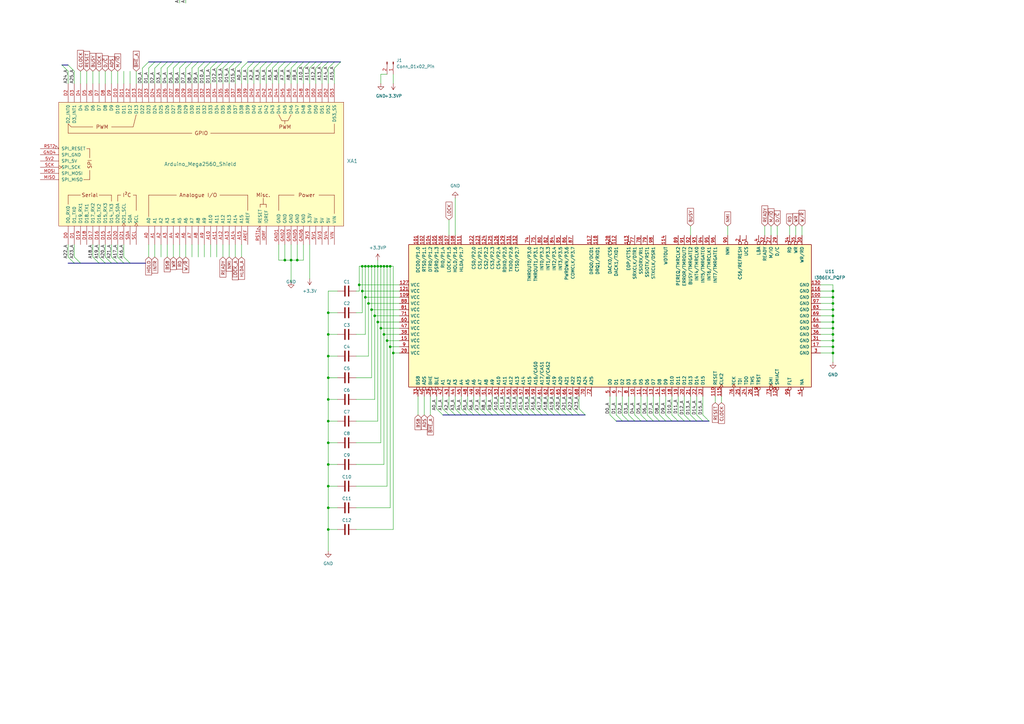
<source format=kicad_sch>
(kicad_sch (version 20231120) (generator "eeschema") (generator_version "8.0")
  (paper "A3")
  (title_block (title "Arduino80286") (date "2023-01-18") (rev "1"))
  (junction (at 156.21 134.62))
  (junction (at 134.62 137.16))
  (junction (at 134.62 190.5))
  (junction (at 153.67 129.54))
  (junction (at 154.94 109.22))
  (junction (at 148.59 109.22))
  (junction (at 154.94 132.08))
  (junction (at 134.62 208.28))
  (junction (at 134.62 172.72))
  (junction (at 119.38 106.68))
  (junction (at 151.13 124.46))
  (junction (at 341.63 127))
  (junction (at 134.62 181.61))
  (junction (at 153.67 109.22))
  (junction (at 134.62 128.27))
  (junction (at 147.32 116.84))
  (junction (at 158.75 109.22))
  (junction (at 341.63 132.08))
  (junction (at 116.84 106.68))
  (junction (at 134.62 199.39))
  (junction (at 341.63 129.54))
  (junction (at 121.92 106.68))
  (junction (at 341.63 121.92))
  (junction (at 152.4 109.22))
  (junction (at 161.29 144.78))
  (junction (at 149.86 109.22))
  (junction (at 341.63 137.16))
  (junction (at 157.48 109.22))
  (junction (at 160.02 142.24))
  (junction (at 341.63 139.7))
  (junction (at 341.63 142.24))
  (junction (at 341.63 119.38))
  (junction (at 152.4 127))
  (junction (at 341.63 134.62))
  (junction (at 134.62 146.05))
  (junction (at 134.62 217.17))
  (junction (at 149.86 121.92))
  (junction (at 158.75 139.7))
  (junction (at 134.62 154.94))
  (junction (at 148.59 119.38))
  (junction (at 341.63 124.46))
  (junction (at 134.62 163.83))
  (junction (at 151.13 109.22))
  (junction (at 157.48 137.16))
  (junction (at 160.02 109.22))
  (junction (at 156.21 109.22))
  (junction (at 341.63 144.78))
  (bus_entry (at 224.79 167.64) (size 2.54 2.54))
  (bus_entry (at 191.77 167.64) (size 2.54 2.54))
  (bus_entry (at 30.48 105.41) (size 2.54 2.54))
  (bus_entry (at 81.28 25.4) (size -2.54 2.54))
  (bus_entry (at 134.62 27.94) (size 2.54 -2.54))
  (bus_entry (at 214.63 167.64) (size 2.54 2.54))
  (bus_entry (at 201.93 167.64) (size 2.54 2.54))
  (bus_entry (at 179.07 167.64) (size 2.54 2.54))
  (bus_entry (at 257.81 172.72) (size -2.54 -2.54))
  (bus_entry (at 232.41 170.18) (size -2.54 -2.54))
  (bus_entry (at 78.74 25.4) (size -2.54 2.54))
  (bus_entry (at 45.72 105.41) (size 2.54 2.54))
  (bus_entry (at 196.85 167.64) (size 2.54 2.54))
  (bus_entry (at 255.27 172.72) (size -2.54 -2.54))
  (bus_entry (at 88.9 25.4) (size -2.54 2.54))
  (bus_entry (at 129.54 27.94) (size 2.54 -2.54))
  (bus_entry (at 212.09 167.64) (size 2.54 2.54))
  (bus_entry (at 127 27.94) (size 2.54 -2.54))
  (bus_entry (at 186.69 167.64) (size 2.54 2.54))
  (bus_entry (at 207.01 167.64) (size 2.54 2.54))
  (bus_entry (at 111.76 27.94) (size 2.54 -2.54))
  (bus_entry (at 99.06 25.4) (size -2.54 2.54))
  (bus_entry (at 234.95 170.18) (size -2.54 -2.54))
  (bus_entry (at 204.47 167.64) (size 2.54 2.54))
  (bus_entry (at 114.3 27.94) (size 2.54 -2.54))
  (bus_entry (at 199.39 167.64) (size 2.54 2.54))
  (bus_entry (at 229.87 170.18) (size -2.54 -2.54))
  (bus_entry (at 252.73 172.72) (size -2.54 -2.54))
  (bus_entry (at 275.59 172.72) (size -2.54 -2.54))
  (bus_entry (at 93.98 25.4) (size -2.54 2.54))
  (bus_entry (at 278.13 170.18) (size 2.54 2.54))
  (bus_entry (at 91.44 25.4) (size -2.54 2.54))
  (bus_entry (at 38.1 105.41) (size 2.54 2.54))
  (bus_entry (at 209.55 167.64) (size 2.54 2.54))
  (bus_entry (at 48.26 105.41) (size 2.54 2.54))
  (bus_entry (at 290.83 172.72) (size -2.54 -2.54))
  (bus_entry (at 262.89 172.72) (size -2.54 -2.54))
  (bus_entry (at 219.71 167.64) (size 2.54 2.54))
  (bus_entry (at 50.8 105.41) (size 2.54 2.54))
  (bus_entry (at 184.15 167.64) (size 2.54 2.54))
  (bus_entry (at 27.94 29.21) (size -2.54 -2.54))
  (bus_entry (at 73.66 25.4) (size -2.54 2.54))
  (bus_entry (at 124.46 27.94) (size 2.54 -2.54))
  (bus_entry (at 43.18 105.41) (size 2.54 2.54))
  (bus_entry (at 189.23 167.64) (size 2.54 2.54))
  (bus_entry (at 76.2 25.4) (size -2.54 2.54))
  (bus_entry (at 27.94 105.41) (size 2.54 2.54))
  (bus_entry (at 181.61 167.64) (size 2.54 2.54))
  (bus_entry (at 66.04 27.94) (size 2.54 -2.54))
  (bus_entry (at 194.31 167.64) (size 2.54 2.54))
  (bus_entry (at 96.52 25.4) (size -2.54 2.54))
  (bus_entry (at 137.16 27.94) (size 2.54 -2.54))
  (bus_entry (at 237.49 167.64) (size 2.54 2.54))
  (bus_entry (at 267.97 172.72) (size -2.54 -2.54))
  (bus_entry (at 109.22 25.4) (size -2.54 2.54))
  (bus_entry (at 111.76 25.4) (size -2.54 2.54))
  (bus_entry (at 285.75 172.72) (size -2.54 -2.54))
  (bus_entry (at 278.13 172.72) (size -2.54 -2.54))
  (bus_entry (at 121.92 27.94) (size 2.54 -2.54))
  (bus_entry (at 260.35 172.72) (size -2.54 -2.54))
  (bus_entry (at 234.95 167.64) (size 2.54 2.54))
  (bus_entry (at 76.2 -3.81) (size -2.54 -2.54))
  (bus_entry (at 280.67 170.18) (size 2.54 2.54))
  (bus_entry (at 40.64 105.41) (size 2.54 2.54))
  (bus_entry (at 73.66 -3.81) (size -2.54 -2.54))
  (bus_entry (at 222.25 167.64) (size 2.54 2.54))
  (bus_entry (at 273.05 172.72) (size -2.54 -2.54))
  (bus_entry (at 217.17 167.64) (size 2.54 2.54))
  (bus_entry (at 132.08 27.94) (size 2.54 -2.54))
  (bus_entry (at 101.6 25.4) (size -2.54 2.54))
  (bus_entry (at 265.43 172.72) (size -2.54 -2.54))
  (bus_entry (at 119.38 27.94) (size 2.54 -2.54))
  (bus_entry (at 71.12 25.4) (size -2.54 2.54))
  (bus_entry (at 285.75 170.18) (size 2.54 2.54))
  (bus_entry (at 60.96 27.94) (size 2.54 -2.54))
  (bus_entry (at 86.36 25.4) (size -2.54 2.54))
  (bus_entry (at 83.82 25.4) (size -2.54 2.54))
  (bus_entry (at 106.68 25.4) (size -2.54 2.54))
  (bus_entry (at 60.96 25.4) (size -2.54 2.54))
  (bus_entry (at 116.84 27.94) (size 2.54 -2.54))
  (bus_entry (at 270.51 172.72) (size -2.54 -2.54))
  (bus_entry (at 104.14 25.4) (size -2.54 2.54))
  (bus_entry (at 30.48 29.21) (size -2.54 -2.54))
  (bus_entry (at 63.5 27.94) (size 2.54 -2.54))
  (wire (pts (xy 146.05 172.72) (xy 154.94 172.72)))
  (wire (pts (xy 222.25 167.64) (xy 222.25 162.56)))
  (wire (pts (xy 134.62 217.17) (xy 138.43 217.17)))
  (wire (pts (xy 146.05 199.39) (xy 158.75 199.39)))
  (bus (pts (xy 219.71 170.18) (xy 222.25 170.18)))
  (wire (pts (xy 237.49 167.64) (xy 237.49 162.56)))
  (wire (pts (xy 285.75 162.56) (xy 285.75 170.18)))
  (wire (pts (xy 318.77 92.71) (xy 318.77 96.52)))
  (wire (pts (xy 48.26 29.21) (xy 48.26 34.29)))
  (bus (pts (xy 189.23 170.18) (xy 191.77 170.18)))
  (wire (pts (xy 101.6 27.94) (xy 101.6 34.29)))
  (wire (pts (xy 196.85 167.64) (xy 196.85 162.56)))
  (wire (pts (xy 124.46 27.94) (xy 124.46 34.29)))
  (wire (pts (xy 158.75 139.7) (xy 158.75 109.22)))
  (bus (pts (xy 48.26 107.95) (xy 50.8 107.95)))
  (wire (pts (xy 147.32 116.84) (xy 163.83 116.84)))
  (wire (pts (xy 280.67 162.56) (xy 280.67 170.18)))
  (wire (pts (xy 265.43 162.56) (xy 265.43 170.18)))
  (wire (pts (xy 109.22 27.94) (xy 109.22 34.29)))
  (wire (pts (xy 81.28 27.94) (xy 81.28 34.29)))
  (wire (pts (xy 157.48 137.16) (xy 163.83 137.16)))
  (wire (pts (xy 81.28 100.33) (xy 81.28 105.41)))
  (wire (pts (xy 71.12 100.33) (xy 71.12 105.41)))
  (wire (pts (xy 153.67 129.54) (xy 163.83 129.54)))
  (wire (pts (xy 134.62 146.05) (xy 138.43 146.05)))
  (wire (pts (xy 154.94 109.22) (xy 156.21 109.22)))
  (wire (pts (xy 134.62 137.16) (xy 134.62 146.05)))
  (bus (pts (xy 91.44 25.4) (xy 88.9 25.4)))
  (bus (pts (xy 86.36 25.4) (xy 83.82 25.4)))
  (wire (pts (xy 224.79 167.64) (xy 224.79 162.56)))
  (wire (pts (xy 184.15 167.64) (xy 184.15 162.56)))
  (wire (pts (xy 63.5 27.94) (xy 63.5 34.29)))
  (wire (pts (xy 134.62 172.72) (xy 134.62 181.61)))
  (wire (pts (xy 86.36 100.33) (xy 86.36 105.41)))
  (bus (pts (xy 50.8 107.95) (xy 53.34 107.95)))
  (wire (pts (xy 30.48 105.41) (xy 30.48 100.33)))
  (wire (pts (xy 341.63 142.24) (xy 341.63 144.78)))
  (bus (pts (xy 109.22 25.4) (xy 106.68 25.4)))
  (wire (pts (xy 194.31 167.64) (xy 194.31 162.56)))
  (wire (pts (xy 212.09 167.64) (xy 212.09 162.56)))
  (wire (pts (xy 78.74 27.94) (xy 78.74 34.29)))
  (wire (pts (xy 134.62 146.05) (xy 134.62 154.94)))
  (wire (pts (xy 148.59 128.27) (xy 148.59 119.38)))
  (wire (pts (xy 201.93 167.64) (xy 201.93 162.56)))
  (wire (pts (xy 114.3 106.68) (xy 116.84 106.68)))
  (bus (pts (xy 93.98 25.4) (xy 91.44 25.4)))
  (bus (pts (xy 78.74 25.4) (xy 76.2 25.4)))
  (bus (pts (xy 186.69 170.18) (xy 189.23 170.18)))
  (wire (pts (xy 186.69 81.28) (xy 186.69 96.52)))
  (wire (pts (xy 160.02 142.24) (xy 163.83 142.24)))
  (wire (pts (xy 114.3 100.33) (xy 114.3 106.68)))
  (wire (pts (xy 148.59 119.38) (xy 148.59 109.22)))
  (wire (pts (xy 341.63 127) (xy 341.63 129.54)))
  (wire (pts (xy 38.1 29.21) (xy 38.1 34.29)))
  (wire (pts (xy 93.98 27.94) (xy 93.98 34.29)))
  (wire (pts (xy 341.63 144.78) (xy 341.63 148.59)))
  (wire (pts (xy 147.32 119.38) (xy 147.32 116.84)))
  (bus (pts (xy 33.02 107.95) (xy 40.64 107.95)))
  (wire (pts (xy 219.71 167.64) (xy 219.71 162.56)))
  (wire (pts (xy 152.4 127) (xy 163.83 127)))
  (wire (pts (xy 283.21 92.71) (xy 283.21 96.52)))
  (bus (pts (xy 137.16 25.4) (xy 134.62 25.4)))
  (wire (pts (xy 156.21 134.62) (xy 163.83 134.62)))
  (wire (pts (xy 40.64 29.21) (xy 40.64 34.29)))
  (wire (pts (xy 149.86 121.92) (xy 163.83 121.92)))
  (wire (pts (xy 278.13 162.56) (xy 278.13 170.18)))
  (wire (pts (xy 134.62 137.16) (xy 138.43 137.16)))
  (wire (pts (xy 137.16 27.94) (xy 137.16 34.29)))
  (wire (pts (xy 161.29 217.17) (xy 161.29 144.78)))
  (wire (pts (xy 158.75 -7.62) (xy 158.75 -3.81)))
  (wire (pts (xy 209.55 167.64) (xy 209.55 162.56)))
  (wire (pts (xy 151.13 146.05) (xy 151.13 124.46)))
  (wire (pts (xy 116.84 106.68) (xy 119.38 106.68)))
  (wire (pts (xy 121.92 27.94) (xy 121.92 34.29)))
  (wire (pts (xy 134.62 208.28) (xy 138.43 208.28)))
  (wire (pts (xy 86.36 27.94) (xy 86.36 34.29)))
  (wire (pts (xy 153.67 163.83) (xy 153.67 129.54)))
  (wire (pts (xy 160.02 208.28) (xy 160.02 142.24)))
  (wire (pts (xy 76.2 -3.81) (xy 76.2 1.27)))
  (wire (pts (xy 273.05 162.56) (xy 273.05 170.18)))
  (bus (pts (xy 106.68 25.4) (xy 104.14 25.4)))
  (wire (pts (xy 43.18 105.41) (xy 43.18 100.33)))
  (wire (pts (xy 27.94 29.21) (xy 27.94 34.29)))
  (wire (pts (xy 53.34 29.21) (xy 53.34 34.29)))
  (wire (pts (xy 35.56 29.21) (xy 35.56 34.29)))
  (wire (pts (xy 45.72 29.21) (xy 45.72 34.29)))
  (wire (pts (xy 116.84 100.33) (xy 116.84 106.68)))
  (wire (pts (xy 50.8 105.41) (xy 50.8 100.33)))
  (wire (pts (xy 121.92 100.33) (xy 121.92 106.68)))
  (bus (pts (xy 262.89 172.72) (xy 265.43 172.72)))
  (wire (pts (xy 336.55 124.46) (xy 341.63 124.46)))
  (wire (pts (xy 336.55 142.24) (xy 341.63 142.24)))
  (wire (pts (xy 45.72 105.41) (xy 45.72 100.33)))
  (bus (pts (xy 227.33 170.18) (xy 229.87 170.18)))
  (bus (pts (xy 66.04 25.4) (xy 63.5 25.4)))
  (wire (pts (xy 63.5 100.33) (xy 63.5 105.41)))
  (bus (pts (xy 204.47 170.18) (xy 207.01 170.18)))
  (wire (pts (xy 341.63 116.84) (xy 341.63 119.38)))
  (bus (pts (xy 119.38 25.4) (xy 116.84 25.4)))
  (bus (pts (xy 199.39 170.18) (xy 201.93 170.18)))
  (wire (pts (xy 157.48 109.22) (xy 157.48 137.16)))
  (bus (pts (xy 121.92 25.4) (xy 119.38 25.4)))
  (wire (pts (xy 96.52 100.33) (xy 96.52 105.41)))
  (wire (pts (xy 298.45 92.71) (xy 298.45 96.52)))
  (wire (pts (xy 171.45 162.56) (xy 171.45 170.18)))
  (wire (pts (xy 161.29 30.48) (xy 161.29 34.29)))
  (wire (pts (xy 134.62 163.83) (xy 138.43 163.83)))
  (wire (pts (xy 257.81 162.56) (xy 257.81 170.18)))
  (bus (pts (xy 124.46 25.4) (xy 121.92 25.4)))
  (bus (pts (xy 76.2 25.4) (xy 73.66 25.4)))
  (wire (pts (xy 48.26 105.41) (xy 48.26 100.33)))
  (wire (pts (xy 149.86 109.22) (xy 151.13 109.22)))
  (wire (pts (xy 151.13 124.46) (xy 163.83 124.46)))
  (wire (pts (xy 30.48 29.21) (xy 30.48 34.29)))
  (wire (pts (xy 146.05 208.28) (xy 160.02 208.28)))
  (wire (pts (xy 341.63 139.7) (xy 341.63 142.24)))
  (bus (pts (xy 209.55 170.18) (xy 212.09 170.18)))
  (bus (pts (xy 40.64 107.95) (xy 43.18 107.95)))
  (bus (pts (xy 116.84 25.4) (xy 114.3 25.4)))
  (wire (pts (xy 83.82 27.94) (xy 83.82 34.29)))
  (wire (pts (xy 73.66 100.33) (xy 73.66 105.41)))
  (wire (pts (xy 134.62 119.38) (xy 134.62 128.27)))
  (wire (pts (xy 134.62 128.27) (xy 138.43 128.27)))
  (bus (pts (xy 191.77 170.18) (xy 194.31 170.18)))
  (wire (pts (xy 328.93 92.71) (xy 328.93 96.52)))
  (wire (pts (xy 260.35 162.56) (xy 260.35 170.18)))
  (wire (pts (xy 55.88 29.21) (xy 55.88 34.29)))
  (wire (pts (xy 149.86 109.22) (xy 149.86 121.92)))
  (wire (pts (xy 161.29 144.78) (xy 163.83 144.78)))
  (wire (pts (xy 336.55 127) (xy 341.63 127)))
  (wire (pts (xy 270.51 162.56) (xy 270.51 170.18)))
  (bus (pts (xy 96.52 25.4) (xy 93.98 25.4)))
  (wire (pts (xy 134.62 163.83) (xy 134.62 172.72)))
  (wire (pts (xy 116.84 27.94) (xy 116.84 34.29)))
  (wire (pts (xy 336.55 116.84) (xy 341.63 116.84)))
  (wire (pts (xy 255.27 162.56) (xy 255.27 170.18)))
  (wire (pts (xy 91.44 27.94) (xy 91.44 34.29)))
  (bus (pts (xy 99.06 25.4) (xy 96.52 25.4)))
  (wire (pts (xy 262.89 162.56) (xy 262.89 170.18)))
  (wire (pts (xy 341.63 129.54) (xy 341.63 132.08)))
  (wire (pts (xy 156.21 109.22) (xy 156.21 134.62)))
  (bus (pts (xy 275.59 172.72) (xy 278.13 172.72)))
  (wire (pts (xy 148.59 119.38) (xy 163.83 119.38)))
  (wire (pts (xy 234.95 167.64) (xy 234.95 162.56)))
  (wire (pts (xy 146.05 146.05) (xy 151.13 146.05)))
  (wire (pts (xy 147.32 109.22) (xy 147.32 116.84)))
  (wire (pts (xy 152.4 109.22) (xy 153.67 109.22)))
  (wire (pts (xy 313.69 92.71) (xy 313.69 96.52)))
  (wire (pts (xy 227.33 167.64) (xy 227.33 162.56)))
  (bus (pts (xy 252.73 172.72) (xy 255.27 172.72)))
  (wire (pts (xy 156.21 181.61) (xy 156.21 134.62)))
  (wire (pts (xy 71.12 27.94) (xy 71.12 34.29)))
  (wire (pts (xy 146.05 154.94) (xy 152.4 154.94)))
  (wire (pts (xy 153.67 109.22) (xy 154.94 109.22)))
  (bus (pts (xy 229.87 170.18) (xy 232.41 170.18)))
  (bus (pts (xy 212.09 170.18) (xy 214.63 170.18)))
  (wire (pts (xy 104.14 27.94) (xy 104.14 34.29)))
  (wire (pts (xy 336.55 129.54) (xy 341.63 129.54)))
  (wire (pts (xy 152.4 154.94) (xy 152.4 127)))
  (bus (pts (xy 139.7 25.4) (xy 137.16 25.4)))
  (wire (pts (xy 134.62 27.94) (xy 134.62 34.29)))
  (bus (pts (xy 43.18 107.95) (xy 45.72 107.95)))
  (bus (pts (xy 194.31 170.18) (xy 196.85 170.18)))
  (wire (pts (xy 127 27.94) (xy 127 34.29)))
  (bus (pts (xy 283.21 172.72) (xy 280.67 172.72)))
  (wire (pts (xy 146.05 190.5) (xy 157.48 190.5)))
  (wire (pts (xy 76.2 100.33) (xy 76.2 105.41)))
  (wire (pts (xy 156.21 109.22) (xy 157.48 109.22)))
  (wire (pts (xy 152.4 109.22) (xy 152.4 127)))
  (wire (pts (xy 156.21 -7.62) (xy 156.21 -3.81)))
  (bus (pts (xy 196.85 170.18) (xy 199.39 170.18)))
  (wire (pts (xy 134.62 128.27) (xy 134.62 137.16)))
  (bus (pts (xy 260.35 172.72) (xy 262.89 172.72)))
  (wire (pts (xy 146.05 119.38) (xy 147.32 119.38)))
  (wire (pts (xy 173.99 162.56) (xy 173.99 170.18)))
  (wire (pts (xy 76.2 27.94) (xy 76.2 34.29)))
  (bus (pts (xy 267.97 172.72) (xy 270.51 172.72)))
  (bus (pts (xy 232.41 170.18) (xy 234.95 170.18)))
  (wire (pts (xy 341.63 134.62) (xy 341.63 137.16)))
  (wire (pts (xy 336.55 119.38) (xy 341.63 119.38)))
  (wire (pts (xy 99.06 100.33) (xy 99.06 105.41)))
  (wire (pts (xy 161.29 144.78) (xy 161.29 109.22)))
  (wire (pts (xy 176.53 162.56) (xy 176.53 170.18)))
  (wire (pts (xy 157.48 109.22) (xy 158.75 109.22)))
  (wire (pts (xy 58.42 27.94) (xy 58.42 34.29)))
  (bus (pts (xy 265.43 172.72) (xy 267.97 172.72)))
  (wire (pts (xy 73.66 -3.81) (xy 73.66 1.27)))
  (wire (pts (xy 199.39 167.64) (xy 199.39 162.56)))
  (wire (pts (xy 146.05 163.83) (xy 153.67 163.83)))
  (wire (pts (xy 181.61 167.64) (xy 181.61 162.56)))
  (wire (pts (xy 93.98 100.33) (xy 93.98 105.41)))
  (wire (pts (xy 326.39 92.71) (xy 326.39 96.52)))
  (bus (pts (xy 127 25.4) (xy 124.46 25.4)))
  (wire (pts (xy 214.63 167.64) (xy 214.63 162.56)))
  (bus (pts (xy 257.81 172.72) (xy 260.35 172.72)))
  (wire (pts (xy 129.54 27.94) (xy 129.54 34.29)))
  (wire (pts (xy 151.13 109.22) (xy 151.13 124.46)))
  (bus (pts (xy 81.28 25.4) (xy 78.74 25.4)))
  (wire (pts (xy 50.8 29.21) (xy 50.8 34.29)))
  (wire (pts (xy 33.02 29.21) (xy 33.02 34.29)))
  (bus (pts (xy 129.54 25.4) (xy 127 25.4)))
  (wire (pts (xy 156.21 34.29) (xy 156.21 30.48)))
  (wire (pts (xy 189.23 167.64) (xy 189.23 162.56)))
  (wire (pts (xy 27.94 105.41) (xy 27.94 100.33)))
  (wire (pts (xy 158.75 109.22) (xy 160.02 109.22)))
  (bus (pts (xy 273.05 172.72) (xy 275.59 172.72)))
  (wire (pts (xy 341.63 132.08) (xy 341.63 134.62)))
  (bus (pts (xy 278.13 172.72) (xy 280.67 172.72)))
  (wire (pts (xy 66.04 100.33) (xy 66.04 105.41)))
  (wire (pts (xy 134.62 199.39) (xy 134.62 208.28)))
  (wire (pts (xy 217.17 167.64) (xy 217.17 162.56)))
  (wire (pts (xy 341.63 137.16) (xy 341.63 139.7)))
  (bus (pts (xy 224.79 170.18) (xy 227.33 170.18)))
  (wire (pts (xy 99.06 27.94) (xy 99.06 34.29)))
  (bus (pts (xy 73.66 -6.35) (xy 76.2 -6.35)))
  (wire (pts (xy 134.62 181.61) (xy 138.43 181.61)))
  (wire (pts (xy 111.76 27.94) (xy 111.76 34.29)))
  (bus (pts (xy 132.08 25.4) (xy 129.54 25.4)))
  (wire (pts (xy 119.38 27.94) (xy 119.38 34.29)))
  (wire (pts (xy 275.59 162.56) (xy 275.59 170.18)))
  (wire (pts (xy 134.62 190.5) (xy 134.62 199.39)))
  (wire (pts (xy 68.58 27.94) (xy 68.58 34.29)))
  (bus (pts (xy 53.34 107.95) (xy 59.69 107.95)))
  (wire (pts (xy 146.05 217.17) (xy 161.29 217.17)))
  (bus (pts (xy 207.01 170.18) (xy 209.55 170.18)))
  (wire (pts (xy 146.05 128.27) (xy 148.59 128.27)))
  (wire (pts (xy 43.18 34.29) (xy 43.18 29.21)))
  (wire (pts (xy 154.94 132.08) (xy 163.83 132.08)))
  (wire (pts (xy 163.83 -7.62) (xy 163.83 -3.81)))
  (wire (pts (xy 134.62 154.94) (xy 138.43 154.94)))
  (bus (pts (xy 217.17 170.18) (xy 219.71 170.18)))
  (wire (pts (xy 316.23 92.71) (xy 316.23 96.52)))
  (bus (pts (xy 184.15 170.18) (xy 186.69 170.18)))
  (wire (pts (xy 60.96 27.94) (xy 60.96 34.29)))
  (wire (pts (xy 154.94 106.68) (xy 154.94 109.22)))
  (wire (pts (xy 288.29 162.56) (xy 288.29 170.18)))
  (wire (pts (xy 134.62 154.94) (xy 134.62 163.83)))
  (bus (pts (xy 68.58 25.4) (xy 66.04 25.4)))
  (wire (pts (xy 134.62 190.5) (xy 138.43 190.5)))
  (bus (pts (xy 201.93 170.18) (xy 204.47 170.18)))
  (bus (pts (xy 45.72 107.95) (xy 48.26 107.95)))
  (bus (pts (xy 111.76 25.4) (xy 109.22 25.4)))
  (wire (pts (xy 250.19 162.56) (xy 250.19 170.18)))
  (bus (pts (xy 181.61 170.18) (xy 184.15 170.18)))
  (bus (pts (xy 270.51 172.72) (xy 273.05 172.72)))
  (wire (pts (xy 336.55 132.08) (xy 341.63 132.08)))
  (wire (pts (xy 127 100.33) (xy 127 114.3)))
  (wire (pts (xy 295.91 162.56) (xy 295.91 165.1)))
  (wire (pts (xy 114.3 27.94) (xy 114.3 34.29)))
  (wire (pts (xy 119.38 106.68) (xy 119.38 115.57)))
  (wire (pts (xy 134.62 208.28) (xy 134.62 217.17)))
  (bus (pts (xy 27.94 107.95) (xy 30.48 107.95)))
  (wire (pts (xy 134.62 172.72) (xy 138.43 172.72)))
  (wire (pts (xy 336.55 144.78) (xy 341.63 144.78)))
  (bus (pts (xy 83.82 25.4) (xy 81.28 25.4)))
  (bus (pts (xy 255.27 172.72) (xy 257.81 172.72)))
  (wire (pts (xy 146.05 137.16) (xy 149.86 137.16)))
  (wire (pts (xy 154.94 172.72) (xy 154.94 132.08)))
  (wire (pts (xy 134.62 199.39) (xy 138.43 199.39)))
  (bus (pts (xy 25.4 26.67) (xy 27.94 26.67)))
  (wire (pts (xy 336.55 139.7) (xy 341.63 139.7)))
  (wire (pts (xy 157.48 190.5) (xy 157.48 137.16)))
  (wire (pts (xy 146.05 181.61) (xy 156.21 181.61)))
  (wire (pts (xy 293.37 162.56) (xy 293.37 165.1)))
  (bus (pts (xy 104.14 25.4) (xy 101.6 25.4)))
  (wire (pts (xy 60.96 100.33) (xy 60.96 105.41)))
  (wire (pts (xy 68.58 100.33) (xy 68.58 105.41)))
  (bus (pts (xy 214.63 170.18) (xy 217.17 170.18)))
  (wire (pts (xy 204.47 167.64) (xy 204.47 162.56)))
  (bus (pts (xy 71.12 25.4) (xy 68.58 25.4)))
  (wire (pts (xy 91.44 100.33) (xy 91.44 105.41)))
  (wire (pts (xy 154.94 109.22) (xy 154.94 132.08)))
  (bus (pts (xy 288.29 172.72) (xy 290.83 172.72)))
  (wire (pts (xy 40.64 105.41) (xy 40.64 100.33)))
  (wire (pts (xy 88.9 100.33) (xy 88.9 105.41)))
  (wire (pts (xy 147.32 109.22) (xy 148.59 109.22)))
  (wire (pts (xy 232.41 167.64) (xy 232.41 162.56)))
  (bus (pts (xy 114.3 25.4) (xy 111.76 25.4)))
  (wire (pts (xy 134.62 217.17) (xy 134.62 226.06)))
  (wire (pts (xy 73.66 27.94) (xy 73.66 34.29)))
  (bus (pts (xy 63.5 25.4) (xy 60.96 25.4)))
  (wire (pts (xy 134.62 119.38) (xy 138.43 119.38)))
  (wire (pts (xy 119.38 100.33) (xy 119.38 106.68)))
  (wire (pts (xy 66.04 27.94) (xy 66.04 34.29)))
  (wire (pts (xy 149.86 137.16) (xy 149.86 121.92)))
  (wire (pts (xy 252.73 162.56) (xy 252.73 170.18)))
  (wire (pts (xy 160.02 109.22) (xy 160.02 142.24)))
  (wire (pts (xy 186.69 167.64) (xy 186.69 162.56)))
  (wire (pts (xy 161.29 -7.62) (xy 161.29 -3.81)))
  (wire (pts (xy 151.13 109.22) (xy 152.4 109.22)))
  (wire (pts (xy 336.55 137.16) (xy 341.63 137.16)))
  (bus (pts (xy 237.49 170.18) (xy 240.03 170.18)))
  (wire (pts (xy 78.74 100.33) (xy 78.74 105.41)))
  (wire (pts (xy 341.63 119.38) (xy 341.63 121.92)))
  (wire (pts (xy 38.1 105.41) (xy 38.1 100.33)))
  (wire (pts (xy 336.55 121.92) (xy 341.63 121.92)))
  (wire (pts (xy 184.15 90.17) (xy 184.15 96.52)))
  (bus (pts (xy 30.48 107.95) (xy 33.02 107.95)))
  (wire (pts (xy 106.68 27.94) (xy 106.68 34.29)))
  (wire (pts (xy 148.59 109.22) (xy 149.86 109.22)))
  (wire (pts (xy 161.29 109.22) (xy 160.02 109.22)))
  (wire (pts (xy 323.85 92.71) (xy 323.85 96.52)))
  (bus (pts (xy 134.62 25.4) (xy 132.08 25.4)))
  (bus (pts (xy 73.66 25.4) (xy 71.12 25.4)))
  (wire (pts (xy 267.97 162.56) (xy 267.97 170.18)))
  (wire (pts (xy 156.21 30.48) (xy 158.75 30.48)))
  (wire (pts (xy 341.63 124.46) (xy 341.63 127)))
  (wire (pts (xy 158.75 139.7) (xy 163.83 139.7)))
  (wire (pts (xy 153.67 109.22) (xy 153.67 129.54)))
  (bus (pts (xy 285.75 172.72) (xy 288.29 172.72)))
  (wire (pts (xy 191.77 167.64) (xy 191.77 162.56)))
  (wire (pts (xy 158.75 199.39) (xy 158.75 139.7)))
  (bus (pts (xy 88.9 25.4) (xy 86.36 25.4)))
  (wire (pts (xy 83.82 100.33) (xy 83.82 105.41)))
  (wire (pts (xy 121.92 106.68) (xy 124.46 106.68)))
  (wire (pts (xy 229.87 167.64) (xy 229.87 162.56)))
  (wire (pts (xy 134.62 181.61) (xy 134.62 190.5)))
  (wire (pts (xy 207.01 167.64) (xy 207.01 162.56)))
  (wire (pts (xy 119.38 106.68) (xy 121.92 106.68)))
  (bus (pts (xy 234.95 170.18) (xy 237.49 170.18)))
  (wire (pts (xy 336.55 134.62) (xy 341.63 134.62)))
  (bus (pts (xy 71.12 -6.35) (xy 73.66 -6.35)))
  (wire (pts (xy 96.52 27.94) (xy 96.52 34.29)))
  (bus (pts (xy 222.25 170.18) (xy 224.79 170.18)))
  (wire (pts (xy 132.08 27.94) (xy 132.08 34.29)))
  (wire (pts (xy 283.21 162.56) (xy 283.21 170.18)))
  (wire (pts (xy 179.07 167.64) (xy 179.07 162.56)))
  (wire (pts (xy 88.9 27.94) (xy 88.9 34.29)))
  (wire (pts (xy 124.46 100.33) (xy 124.46 106.68)))
  (wire (pts (xy 341.63 121.92) (xy 341.63 124.46)))
  (bus (pts (xy 285.75 172.72) (xy 283.21 172.72)))
  (label "A15_A" (at 137.16 33.02 90))
  (label "A2_A" (at 184.15 163.83 270))
  (label "D9_A" (at 81.28 34.29 90))
  (label "A18_A" (at 224.79 162.56 270))
  (label "D6_A" (at 73.66 34.29 90))
  (label "A21_A" (at 45.72 100.33 270))
  (label "D13_A" (at 283.21 170.18 90))
  (label "A13_A" (at 132.08 33.02 90))
  (label "D14_A" (at 285.75 170.18 90))
  (label "A5_A" (at 111.76 33.02 90))
  (label "D15_A" (at 96.52 27.94 270))
  (label "D5_A" (at 71.12 34.29 90))
  (label "A19_A" (at 40.64 100.33 270))
  (label "A23_A" (at 73.66 1.27 90))
  (label "D12_A" (at 280.67 170.18 90))
  (label "A22_A" (at 234.95 162.56 270))
  (label "A18_A" (at 38.1 100.33 270))
  (label "A10_A" (at 204.47 162.56 270))
  (label "A20_A" (at 43.18 100.33 270))
  (label "A20_A" (at 229.87 162.56 270))
  (label "A1_A" (at 101.6 33.02 90))
  (label "D1_A" (at 60.96 34.29 90))
  (label "D9_A" (at 273.05 165.1 270))
  (label "A8_A" (at 119.38 33.02 90))
  (label "A23_A" (at 237.49 162.56 270))
  (label "A10_A" (at 124.46 33.02 90))
  (label "A2_A" (at 104.14 33.02 90))
  (label "A21_A" (at 232.41 162.56 270))
  (label "D4_A" (at 68.58 34.29 90))
  (label "D3_A" (at 257.81 165.1 270))
  (label "D2_A" (at 63.5 34.29 90))
  (label "A23_A" (at 30.48 100.33 270))
  (label "A16_A" (at 50.8 100.33 270))
  (label "D10_A" (at 83.82 34.29 90))
  (label "A11_A" (at 207.01 162.56 270))
  (label "A19_A" (at 227.33 162.56 270))
  (label "A0_A" (at 179.07 163.83 270))
  (label "D4_A" (at 260.35 165.1 270))
  (label "A22_A" (at 76.2 1.27 90))
  (label "D1_A" (at 252.73 165.1 270))
  (label "A7_A" (at 196.85 163.83 270))
  (label "A24_A" (at 27.94 34.29 90))
  (label "D8_A" (at 270.51 165.1 270))
  (label "A16_A" (at 219.71 162.56 270))
  (label "D0_A" (at 58.42 34.29 90))
  (label "A17_A" (at 48.26 100.33 270))
  (label "A17_A" (at 222.25 162.56 270))
  (label "D7_A" (at 267.97 165.1 270))
  (label "D7_A" (at 76.2 34.29 90))
  (label "A13_A" (at 212.09 162.56 270))
  (label "D6_A" (at 265.43 165.1 270))
  (label "D2_A" (at 255.27 165.1 270))
  (label "A12_A" (at 209.55 162.56 270))
  (label "D0_A" (at 250.19 165.1 270))
  (label "D14_A" (at 93.98 27.94 270))
  (label "A12_A" (at 129.54 33.02 90))
  (label "A3_A" (at 186.69 163.83 270))
  (label "A5_A" (at 191.77 163.83 270))
  (label "D11_A" (at 86.36 34.29 90))
  (label "A14_A" (at 134.62 33.02 90))
  (label "A25_A" (at 30.48 34.29 90))
  (label "A1_A" (at 181.61 163.83 270))
  (label "A9_A" (at 121.92 33.02 90))
  (label "D11_A" (at 278.13 163.83 270))
  (label "A4_A" (at 189.23 163.83 270))
  (label "A8_A" (at 199.39 163.83 270))
  (label "A3_A" (at 106.68 33.02 90))
  (label "A14_A" (at 214.63 162.56 270))
  (label "D8_A" (at 78.74 34.29 90))
  (label "A9_A" (at 201.93 163.83 270))
  (label "A7_A" (at 116.84 33.02 90))
  (label "A0_A" (at 99.06 33.02 90))
  (label "D3_A" (at 66.04 34.29 90))
  (label "D12_A" (at 88.9 27.94 270))
  (label "D10_A" (at 275.59 163.83 270))
  (label "A4_A" (at 109.22 33.02 90))
  (label "A6_A" (at 114.3 33.02 90))
  (label "D13_A" (at 91.44 27.94 270))
  (label "A11_A" (at 127 33.02 90))
  (label "A6_A" (at 194.31 163.83 270))
  (label "D15_A" (at 288.29 170.18 90))
  (label "A15_A" (at 217.17 162.56 270))
  (label "D5_A" (at 262.89 165.1 270))
  (label "A22_A" (at 27.94 100.33 270))
  (global_label "READY" (shape input) (at 313.69 92.71 90) (property "Intersheetrefs" "${INTERSHEET_REFS}" (effects (hide yes))))
  (global_label "RD" (shape input) (at 73.66 105.41 270) (property "Intersheetrefs" "${INTERSHEET_REFS}" (effects (hide yes))))
  (global_label "~{S0_A}" (shape input) (at 156.21 -7.62 90) (property "Intersheetrefs" "${INTERSHEET_REFS}" (effects (hide yes))))
  (global_label "RD" (shape input) (at 323.85 92.71 90) (property "Intersheetrefs" "${INTERSHEET_REFS}" (effects (hide yes))))
  (global_label "HLDA_A" (shape input) (at 99.06 105.41 270) (property "Intersheetrefs" "${INTERSHEET_REFS}" (effects (hide yes))))
  (global_label "BUSY" (shape input) (at 283.21 92.71 90) (property "Intersheetrefs" "${INTERSHEET_REFS}" (effects (hide yes))))
  (global_label "CLOCK" (shape input) (at 33.02 29.21 90) (property "Intersheetrefs" "${INTERSHEET_REFS}" (effects (hide yes))))
  (global_label "BUSY" (shape input) (at 38.1 29.21 90) (property "Intersheetrefs" "${INTERSHEET_REFS}" (effects (hide yes))))
  (global_label "D{slash}~{C}" (shape input) (at 318.77 92.71 90) (property "Intersheetrefs" "${INTERSHEET_REFS}" (effects (hide yes))))
  (global_label "WR" (shape input) (at 326.39 92.71 90) (property "Intersheetrefs" "${INTERSHEET_REFS}" (effects (hide yes))))
  (global_label "M{slash}~{IO}" (shape input) (at 316.23 92.71 90) (property "Intersheetrefs" "${INTERSHEET_REFS}" (effects (hide yes))))
  (global_label "M{slash}~{IO}" (shape input) (at 48.26 29.21 90) (property "Intersheetrefs" "${INTERSHEET_REFS}" (effects (hide yes))))
  (global_label "~{LOCK}_A" (shape input) (at 96.52 105.41 270) (property "Intersheetrefs" "${INTERSHEET_REFS}" (effects (hide yes))))
  (global_label "RESET" (shape input) (at 35.56 29.21 90) (property "Intersheetrefs" "${INTERSHEET_REFS}" (effects (hide yes))))
  (global_label "LOCK" (shape input) (at 184.15 90.17 90) (property "Intersheetrefs" "${INTERSHEET_REFS}" (effects (hide yes))))
  (global_label "NMI" (shape input) (at 93.98 105.41 270) (property "Intersheetrefs" "${INTERSHEET_REFS}" (effects (hide yes))))
  (global_label "D{slash}~{C}" (shape input) (at 43.18 29.21 90) (property "Intersheetrefs" "${INTERSHEET_REFS}" (effects (hide yes))))
  (global_label "BS8" (shape input) (at 68.58 105.41 270) (property "Intersheetrefs" "${INTERSHEET_REFS}" (effects (hide yes))))
  (global_label "COD{slash}~{INTA}_A" (shape input) (at 163.83 -7.62 90) (property "Intersheetrefs" "${INTERSHEET_REFS}" (effects (hide yes))))
  (global_label "M{slash}~{IO}_A" (shape input) (at 161.29 -7.62 90) (property "Intersheetrefs" "${INTERSHEET_REFS}" (effects (hide yes))))
  (global_label "CLOCK" (shape input) (at 295.91 165.1 270) (property "Intersheetrefs" "${INTERSHEET_REFS}" (effects (hide yes))))
  (global_label "NMI" (shape input) (at 298.45 92.71 90) (property "Intersheetrefs" "${INTERSHEET_REFS}" (effects (hide yes))))
  (global_label "~{S1_A}" (shape input) (at 158.75 -7.62 90) (property "Intersheetrefs" "${INTERSHEET_REFS}" (effects (hide yes))))
  (global_label "W{slash}~{R}" (shape input) (at 76.2 105.41 270) (property "Intersheetrefs" "${INTERSHEET_REFS}" (effects (hide yes))))
  (global_label "~{BHE}_A" (shape input) (at 55.88 29.21 90) (property "Intersheetrefs" "${INTERSHEET_REFS}" (effects (hide yes))))
  (global_label "INTR" (shape input) (at 63.5 105.41 270) (property "Intersheetrefs" "${INTERSHEET_REFS}" (effects (hide yes))))
  (global_label "ADS" (shape input) (at 45.72 29.21 90) (property "Intersheetrefs" "${INTERSHEET_REFS}" (effects (hide yes))))
  (global_label "RESET" (shape input) (at 293.37 165.1 270) (property "Intersheetrefs" "${INTERSHEET_REFS}" (effects (hide yes))))
  (global_label "W{slash}~{R}" (shape input) (at 328.93 92.71 90) (property "Intersheetrefs" "${INTERSHEET_REFS}" (effects (hide yes))))
  (global_label "ADS" (shape input) (at 173.99 170.18 270) (property "Intersheetrefs" "${INTERSHEET_REFS}" (effects (hide yes))))
  (global_label "BS8" (shape input) (at 171.45 170.18 270) (property "Intersheetrefs" "${INTERSHEET_REFS}" (effects (hide yes))))
  (global_label "LOCK" (shape input) (at 40.64 29.21 90) (property "Intersheetrefs" "${INTERSHEET_REFS}" (effects (hide yes))))
  (global_label "READY" (shape input) (at 91.44 105.41 270) (property "Intersheetrefs" "${INTERSHEET_REFS}" (effects (hide yes))))
  (global_label "WR" (shape input) (at 71.12 105.41 270) (property "Intersheetrefs" "${INTERSHEET_REFS}" (effects (hide yes))))
  (global_label "~{BHE}_A" (shape input) (at 176.53 170.18 270) (property "Intersheetrefs" "${INTERSHEET_REFS}" (effects (hide yes))))
  (global_label "HOLD" (shape input) (at 60.96 105.41 270) (property "Intersheetrefs" "${INTERSHEET_REFS}" (effects (hide yes))))
  (symbol (lib_name "GND_3") (lib_id "power:GND") (at 186.69 81.28 180) (unit 1)
    (property "Reference" "#PWR04" (effects (hide yes)))
    (property "Value" "GND" (at 186.69 76.2 0))
    (property "Description" "Power symbol creates a global label with name \"GND\" , ground" (effects (hide yes)))
  )
  (symbol (lib_id "Device:C") (at 142.24 181.61 90) (unit 1)
    (property "Reference" "C8" (at 142.24 177.8 90))
    (property "Value" "C" (effects (hide yes)))
    (property "Footprint" "Capacitor_SMD:C_0603_1608Metric_Pad1.08x0.95mm_HandSolder" (effects (hide yes)))
    (property "Description" "Unpolarized capacitor" (effects (hide yes)))
  )
  (symbol (lib_id "power:+3.3V") (at 127 114.3 180) (unit 1)
    (property "Reference" "#PWR01" (effects (hide yes)))
    (property "Value" "+3.3V" (at 127 119.38 0))
    (property "Description" "Power symbol creates a global label with name \"+3.3V\"" (effects (hide yes)))
  )
  (symbol (lib_id "Device:C") (at 142.24 146.05 90) (unit 1)
    (property "Reference" "C4" (at 142.24 142.24 90))
    (property "Value" "C" (effects (hide yes)))
    (property "Footprint" "Capacitor_SMD:C_0603_1608Metric_Pad1.08x0.95mm_HandSolder" (effects (hide yes)))
    (property "Description" "Unpolarized capacitor" (effects (hide yes)))
  )
  (symbol (lib_id "mega:Arduino_Mega2560_Shield") (at 82.55 67.31 90) (unit 1)
    (property "Reference" "XA1" (at 142.24 66.04 90) (effects (font (size 1.524 1.524)) (justify right)))
    (property "Value" "Arduino_Mega2560_Shield" (at 67.31 67.31 90) (effects (font (size 1.524 1.524)) (justify right)))
    (property "Footprint" "Arduino_Library:Arduino_Mega2560_Shield" (effects (hide yes)))
    (property "Datasheet" "https://store.arduino.cc/products/arduino-mega-2560-rev3" (effects (hide yes)))
  )
  (symbol (lib_name "GND_3") (lib_id "power:GND") (at 341.63 148.59 0) (unit 1)
    (property "Reference" "#PWR034" (effects (hide yes)))
    (property "Value" "GND" (at 341.63 153.67 0))
    (property "Description" "Power symbol creates a global label with name \"GND\" , ground" (effects (hide yes)))
  )
  (symbol (lib_id "Device:C") (at 142.24 172.72 90) (unit 1)
    (property "Reference" "C7" (at 142.24 168.91 90))
    (property "Value" "C" (effects (hide yes)))
    (property "Footprint" "Capacitor_SMD:C_0603_1608Metric_Pad1.08x0.95mm_HandSolder" (effects (hide yes)))
    (property "Description" "Unpolarized capacitor" (effects (hide yes)))
  )
  (symbol (lib_id "Device:C") (at 142.24 208.28 90) (unit 1)
    (property "Reference" "C11" (at 142.24 204.47 90))
    (property "Value" "C" (effects (hide yes)))
    (property "Footprint" "Capacitor_SMD:C_0603_1608Metric_Pad1.08x0.95mm_HandSolder" (effects (hide yes)))
    (property "Description" "Unpolarized capacitor" (effects (hide yes)))
  )
  (symbol (lib_id "Device:C") (at 142.24 119.38 90) (unit 1)
    (property "Reference" "C1" (at 142.24 115.57 90))
    (property "Value" "C" (effects (hide yes)))
    (property "Footprint" "Capacitor_SMD:C_0603_1608Metric_Pad1.08x0.95mm_HandSolder" (effects (hide yes)))
    (property "Description" "Unpolarized capacitor" (effects (hide yes)))
  )
  (symbol (lib_id "Connector:Conn_01x02_Pin") (at 161.29 25.4 270) (unit 1)
    (property "Reference" "J1" (at 162.56 24.7649 90) (effects (justify left)))
    (property "Value" "Conn_01x02_Pin" (at 162.56 27.3049 90) (effects (justify left)))
    (property "Footprint" "Connector_PinHeader_2.54mm:PinHeader_1x02_P2.54mm_Horizontal" (effects (hide yes)))
    (property "Description" "Generic connector, single row, 01x02, script generated" (effects (hide yes)))
  )
  (symbol (lib_id "Device:C") (at 142.24 154.94 90) (unit 1)
    (property "Reference" "C5" (at 142.24 151.13 90))
    (property "Value" "C" (effects (hide yes)))
    (property "Footprint" "Capacitor_SMD:C_0603_1608Metric_Pad1.08x0.95mm_HandSolder" (effects (hide yes)))
    (property "Description" "Unpolarized capacitor" (effects (hide yes)))
  )
  (symbol (lib_id "Device:C") (at 142.24 163.83 90) (unit 1)
    (property "Reference" "C6" (at 142.24 160.02 90))
    (property "Value" "C" (effects (hide yes)))
    (property "Footprint" "Capacitor_SMD:C_0603_1608Metric_Pad1.08x0.95mm_HandSolder" (effects (hide yes)))
    (property "Description" "Unpolarized capacitor" (effects (hide yes)))
  )
  (symbol (lib_name "GND_1") (lib_id "power:GND") (at 156.21 34.29 0) (unit 1)
    (property "Reference" "#PWR03" (effects (hide yes)))
    (property "Value" "GND" (at 156.21 39.37 0))
    (property "Description" "Power symbol creates a global label with name \"GND\" , ground" (effects (hide yes)))
  )
  (symbol (lib_id "power:GND") (at 119.38 115.57 0) (unit 1)
    (property "Reference" "#PWR07" (effects (hide yes)))
    (property "Value" "GND" (at 119.38 115.57 0))
  )
  (symbol (lib_id "Device:C") (at 142.24 217.17 90) (unit 1)
    (property "Reference" "C12" (at 142.24 213.36 90))
    (property "Value" "C" (effects (hide yes)))
    (property "Footprint" "Capacitor_SMD:C_0603_1608Metric_Pad1.08x0.95mm_HandSolder" (effects (hide yes)))
    (property "Description" "Unpolarized capacitor" (effects (hide yes)))
  )
  (symbol (lib_id "MCU_Intel:I386EX_PQFP") (at 250.19 129.54 90) (unit 1)
    (property "Reference" "U11" (at 340.36 111.3438 90))
    (property "Value" "I386EX_PQFP" (at 340.36 113.8838 90))
    (property "Footprint" "Package_QFP:PQFP-132_24x24mm_P0.635mm_i386" (effects (hide yes)))
    (property "Description" "Intel I386EX Embedded microprocessor, PQFP-132" (effects (hide yes)))
  )
  (symbol (lib_id "power:+3.3VP") (at 161.29 34.29 180) (unit 1)
    (property "Reference" "#PWR035" (effects (hide yes)))
    (property "Value" "+3.3VP" (at 161.29 39.37 0))
    (property "Description" "Power symbol creates a global label with name \"+3.3VP\"" (effects (hide yes)))
  )
  (symbol (lib_id "Device:C") (at 142.24 137.16 90) (unit 1)
    (property "Reference" "C3" (at 142.24 133.35 90))
    (property "Value" "C" (effects (hide yes)))
    (property "Footprint" "Capacitor_SMD:C_0603_1608Metric_Pad1.08x0.95mm_HandSolder" (effects (hide yes)))
    (property "Description" "Unpolarized capacitor" (effects (hide yes)))
  )
  (symbol (lib_name "GND_1") (lib_id "power:GND") (at 134.62 226.06 0) (unit 1)
    (property "Reference" "#PWR05" (effects (hide yes)))
    (property "Value" "GND" (at 134.62 231.14 0))
    (property "Description" "Power symbol creates a global label with name \"GND\" , ground" (effects (hide yes)))
  )
  (symbol (lib_id "Device:C") (at 142.24 128.27 90) (unit 1)
    (property "Reference" "C2" (at 142.24 124.46 90))
    (property "Value" "C" (effects (hide yes)))
    (property "Footprint" "Capacitor_SMD:C_0603_1608Metric_Pad1.08x0.95mm_HandSolder" (effects (hide yes)))
    (property "Description" "Unpolarized capacitor" (effects (hide yes)))
  )
  (symbol (lib_id "power:+3.3VP") (at 154.94 106.68 0) (unit 1)
    (property "Reference" "#PWR02" (effects (hide yes)))
    (property "Value" "+3.3VP" (at 154.94 101.6 0))
    (property "Description" "Power symbol creates a global label with name \"+3.3VP\"" (effects (hide yes)))
  )
  (symbol (lib_id "Device:C") (at 142.24 190.5 90) (unit 1)
    (property "Reference" "C9" (at 142.24 186.69 90))
    (property "Value" "C" (effects (hide yes)))
    (property "Footprint" "Capacitor_SMD:C_0603_1608Metric_Pad1.08x0.95mm_HandSolder" (effects (hide yes)))
    (property "Description" "Unpolarized capacitor" (effects (hide yes)))
  )
  (symbol (lib_id "Device:C") (at 142.24 199.39 90) (unit 1)
    (property "Reference" "C10" (at 142.24 195.58 90))
    (property "Value" "C" (effects (hide yes)))
    (property "Footprint" "Capacitor_SMD:C_0603_1608Metric_Pad1.08x0.95mm_HandSolder" (effects (hide yes)))
    (property "Description" "Unpolarized capacitor" (effects (hide yes)))
  )
)
</source>
